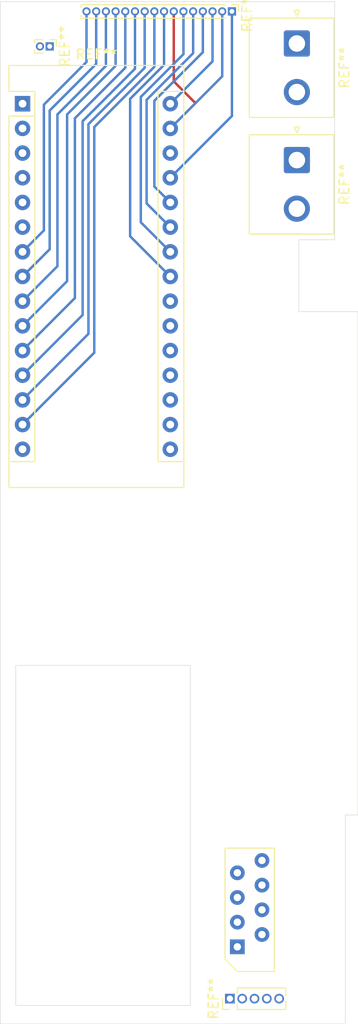
<source format=kicad_pcb>
(kicad_pcb (version 20171130) (host pcbnew 5.1.4)

  (general
    (thickness 1.6)
    (drawings 21)
    (tracks 58)
    (zones 0)
    (modules 7)
    (nets 1)
  )

  (page A4)
  (layers
    (0 F.Cu signal)
    (31 B.Cu signal)
    (32 B.Adhes user)
    (33 F.Adhes user)
    (34 B.Paste user)
    (35 F.Paste user)
    (36 B.SilkS user)
    (37 F.SilkS user hide)
    (38 B.Mask user)
    (39 F.Mask user)
    (40 Dwgs.User user hide)
    (41 Cmts.User user)
    (42 Eco1.User user)
    (43 Eco2.User user)
    (44 Edge.Cuts user)
    (45 Margin user)
    (46 B.CrtYd user)
    (47 F.CrtYd user)
    (48 B.Fab user)
    (49 F.Fab user hide)
  )

  (setup
    (last_trace_width 0.25)
    (trace_clearance 0.1)
    (zone_clearance 0.508)
    (zone_45_only no)
    (trace_min 0.2)
    (via_size 0.8)
    (via_drill 0.4)
    (via_min_size 0.4)
    (via_min_drill 0.3)
    (uvia_size 0.3)
    (uvia_drill 0.1)
    (uvias_allowed no)
    (uvia_min_size 0.2)
    (uvia_min_drill 0.1)
    (edge_width 0.05)
    (segment_width 0.2)
    (pcb_text_width 0.3)
    (pcb_text_size 1.5 1.5)
    (mod_edge_width 0.12)
    (mod_text_size 1 1)
    (mod_text_width 0.15)
    (pad_size 1.524 1.524)
    (pad_drill 0.762)
    (pad_to_mask_clearance 0.051)
    (solder_mask_min_width 0.25)
    (aux_axis_origin 0 0)
    (visible_elements FFFFFF7F)
    (pcbplotparams
      (layerselection 0x010fc_ffffffff)
      (usegerberextensions false)
      (usegerberattributes false)
      (usegerberadvancedattributes false)
      (creategerberjobfile false)
      (excludeedgelayer true)
      (linewidth 0.100000)
      (plotframeref false)
      (viasonmask false)
      (mode 1)
      (useauxorigin false)
      (hpglpennumber 1)
      (hpglpenspeed 20)
      (hpglpendiameter 15.000000)
      (psnegative false)
      (psa4output false)
      (plotreference true)
      (plotvalue true)
      (plotinvisibletext false)
      (padsonsilk false)
      (subtractmaskfromsilk false)
      (outputformat 1)
      (mirror false)
      (drillshape 1)
      (scaleselection 1)
      (outputdirectory ""))
  )

  (net 0 "")

  (net_class Default "Dies ist die voreingestellte Netzklasse."
    (clearance 0.1)
    (trace_width 0.25)
    (via_dia 0.8)
    (via_drill 0.4)
    (uvia_dia 0.3)
    (uvia_drill 0.1)
  )

  (module Module:Arduino_Nano (layer F.Cu) (tedit 58ACAF70) (tstamp 5DC655DD)
    (at 75.4 76)
    (descr "Arduino Nano, http://www.mouser.com/pdfdocs/Gravitech_Arduino_Nano3_0.pdf")
    (tags "Arduino Nano")
    (fp_text reference REF** (at 7.62 -5.08) (layer F.SilkS)
      (effects (font (size 1 1) (thickness 0.15)))
    )
    (fp_text value Arduino_Nano (at 8.89 19.05 90) (layer F.Fab)
      (effects (font (size 1 1) (thickness 0.15)))
    )
    (fp_line (start 16.75 42.16) (end -1.53 42.16) (layer F.CrtYd) (width 0.05))
    (fp_line (start 16.75 42.16) (end 16.75 -4.06) (layer F.CrtYd) (width 0.05))
    (fp_line (start -1.53 -4.06) (end -1.53 42.16) (layer F.CrtYd) (width 0.05))
    (fp_line (start -1.53 -4.06) (end 16.75 -4.06) (layer F.CrtYd) (width 0.05))
    (fp_line (start 16.51 -3.81) (end 16.51 39.37) (layer F.Fab) (width 0.1))
    (fp_line (start 0 -3.81) (end 16.51 -3.81) (layer F.Fab) (width 0.1))
    (fp_line (start -1.27 -2.54) (end 0 -3.81) (layer F.Fab) (width 0.1))
    (fp_line (start -1.27 39.37) (end -1.27 -2.54) (layer F.Fab) (width 0.1))
    (fp_line (start 16.51 39.37) (end -1.27 39.37) (layer F.Fab) (width 0.1))
    (fp_line (start 16.64 -3.94) (end -1.4 -3.94) (layer F.SilkS) (width 0.12))
    (fp_line (start 16.64 39.5) (end 16.64 -3.94) (layer F.SilkS) (width 0.12))
    (fp_line (start -1.4 39.5) (end 16.64 39.5) (layer F.SilkS) (width 0.12))
    (fp_line (start 3.81 41.91) (end 3.81 31.75) (layer F.Fab) (width 0.1))
    (fp_line (start 11.43 41.91) (end 3.81 41.91) (layer F.Fab) (width 0.1))
    (fp_line (start 11.43 31.75) (end 11.43 41.91) (layer F.Fab) (width 0.1))
    (fp_line (start 3.81 31.75) (end 11.43 31.75) (layer F.Fab) (width 0.1))
    (fp_line (start 1.27 36.83) (end -1.4 36.83) (layer F.SilkS) (width 0.12))
    (fp_line (start 1.27 1.27) (end 1.27 36.83) (layer F.SilkS) (width 0.12))
    (fp_line (start 1.27 1.27) (end -1.4 1.27) (layer F.SilkS) (width 0.12))
    (fp_line (start 13.97 36.83) (end 16.64 36.83) (layer F.SilkS) (width 0.12))
    (fp_line (start 13.97 -1.27) (end 13.97 36.83) (layer F.SilkS) (width 0.12))
    (fp_line (start 13.97 -1.27) (end 16.64 -1.27) (layer F.SilkS) (width 0.12))
    (fp_line (start -1.4 -3.94) (end -1.4 -1.27) (layer F.SilkS) (width 0.12))
    (fp_line (start -1.4 1.27) (end -1.4 39.5) (layer F.SilkS) (width 0.12))
    (fp_line (start 1.27 -1.27) (end -1.4 -1.27) (layer F.SilkS) (width 0.12))
    (fp_line (start 1.27 1.27) (end 1.27 -1.27) (layer F.SilkS) (width 0.12))
    (fp_text user %R (at 6.35 19.05 90) (layer F.Fab)
      (effects (font (size 1 1) (thickness 0.15)))
    )
    (pad 16 thru_hole oval (at 15.24 35.56) (size 1.6 1.6) (drill 0.8) (layers *.Cu *.Mask))
    (pad 15 thru_hole oval (at 0 35.56) (size 1.6 1.6) (drill 0.8) (layers *.Cu *.Mask))
    (pad 30 thru_hole oval (at 15.24 0) (size 1.6 1.6) (drill 0.8) (layers *.Cu *.Mask))
    (pad 14 thru_hole oval (at 0 33.02) (size 1.6 1.6) (drill 0.8) (layers *.Cu *.Mask))
    (pad 29 thru_hole oval (at 15.24 2.54) (size 1.6 1.6) (drill 0.8) (layers *.Cu *.Mask))
    (pad 13 thru_hole oval (at 0 30.48) (size 1.6 1.6) (drill 0.8) (layers *.Cu *.Mask))
    (pad 28 thru_hole oval (at 15.24 5.08) (size 1.6 1.6) (drill 0.8) (layers *.Cu *.Mask))
    (pad 12 thru_hole oval (at 0 27.94) (size 1.6 1.6) (drill 0.8) (layers *.Cu *.Mask))
    (pad 27 thru_hole oval (at 15.24 7.62) (size 1.6 1.6) (drill 0.8) (layers *.Cu *.Mask))
    (pad 11 thru_hole oval (at 0 25.4) (size 1.6 1.6) (drill 0.8) (layers *.Cu *.Mask))
    (pad 26 thru_hole oval (at 15.24 10.16) (size 1.6 1.6) (drill 0.8) (layers *.Cu *.Mask))
    (pad 10 thru_hole oval (at 0 22.86) (size 1.6 1.6) (drill 0.8) (layers *.Cu *.Mask))
    (pad 25 thru_hole oval (at 15.24 12.7) (size 1.6 1.6) (drill 0.8) (layers *.Cu *.Mask))
    (pad 9 thru_hole oval (at 0 20.32) (size 1.6 1.6) (drill 0.8) (layers *.Cu *.Mask))
    (pad 24 thru_hole oval (at 15.24 15.24) (size 1.6 1.6) (drill 0.8) (layers *.Cu *.Mask))
    (pad 8 thru_hole oval (at 0 17.78) (size 1.6 1.6) (drill 0.8) (layers *.Cu *.Mask))
    (pad 23 thru_hole oval (at 15.24 17.78) (size 1.6 1.6) (drill 0.8) (layers *.Cu *.Mask))
    (pad 7 thru_hole oval (at 0 15.24) (size 1.6 1.6) (drill 0.8) (layers *.Cu *.Mask))
    (pad 22 thru_hole oval (at 15.24 20.32) (size 1.6 1.6) (drill 0.8) (layers *.Cu *.Mask))
    (pad 6 thru_hole oval (at 0 12.7) (size 1.6 1.6) (drill 0.8) (layers *.Cu *.Mask))
    (pad 21 thru_hole oval (at 15.24 22.86) (size 1.6 1.6) (drill 0.8) (layers *.Cu *.Mask))
    (pad 5 thru_hole oval (at 0 10.16) (size 1.6 1.6) (drill 0.8) (layers *.Cu *.Mask))
    (pad 20 thru_hole oval (at 15.24 25.4) (size 1.6 1.6) (drill 0.8) (layers *.Cu *.Mask))
    (pad 4 thru_hole oval (at 0 7.62) (size 1.6 1.6) (drill 0.8) (layers *.Cu *.Mask))
    (pad 19 thru_hole oval (at 15.24 27.94) (size 1.6 1.6) (drill 0.8) (layers *.Cu *.Mask))
    (pad 3 thru_hole oval (at 0 5.08) (size 1.6 1.6) (drill 0.8) (layers *.Cu *.Mask))
    (pad 18 thru_hole oval (at 15.24 30.48) (size 1.6 1.6) (drill 0.8) (layers *.Cu *.Mask))
    (pad 2 thru_hole oval (at 0 2.54) (size 1.6 1.6) (drill 0.8) (layers *.Cu *.Mask))
    (pad 17 thru_hole oval (at 15.24 33.02) (size 1.6 1.6) (drill 0.8) (layers *.Cu *.Mask))
    (pad 1 thru_hole rect (at 0 0) (size 1.6 1.6) (drill 0.8) (layers *.Cu *.Mask))
    (model ${KISYS3DMOD}/Module.3dshapes/Arduino_Nano_WithMountingHoles.wrl
      (at (xyz 0 0 0))
      (scale (xyz 1 1 1))
      (rotate (xyz 0 0 0))
    )
  )

  (module Connector_JST:JST_NV_B02P-NV_1x02_P5.00mm_Vertical (layer F.Cu) (tedit 5B774480) (tstamp 5DC658D6)
    (at 103.7 81.8 270)
    (descr "JST NV series connector, B02P-NV (http://www.jst-mfg.com/product/pdf/eng/eNV.pdf), generated with kicad-footprint-generator")
    (tags "connector JST NV side entry")
    (fp_text reference REF** (at 2.5 -4.9 90) (layer F.SilkS)
      (effects (font (size 1 1) (thickness 0.15)))
    )
    (fp_text value JST_NV_B02P-NV_1x02_P5.00mm_Vertical (at 2.5 6 90) (layer F.Fab)
      (effects (font (size 1 1) (thickness 0.15)))
    )
    (fp_line (start -2.5 -3.7) (end -2.5 4.8) (layer F.Fab) (width 0.1))
    (fp_line (start -2.5 4.8) (end 7.5 4.8) (layer F.Fab) (width 0.1))
    (fp_line (start 7.5 4.8) (end 7.5 -3.7) (layer F.Fab) (width 0.1))
    (fp_line (start 7.5 -3.7) (end -2.5 -3.7) (layer F.Fab) (width 0.1))
    (fp_line (start -2.5 -2) (end 7.5 -2) (layer F.Fab) (width 0.1))
    (fp_line (start -2.5 -1) (end -1.5 0) (layer F.Fab) (width 0.1))
    (fp_line (start -2.5 1) (end -1.5 0) (layer F.Fab) (width 0.1))
    (fp_line (start -3 -4.2) (end -3 5.3) (layer F.CrtYd) (width 0.05))
    (fp_line (start -3 5.3) (end 8 5.3) (layer F.CrtYd) (width 0.05))
    (fp_line (start 8 5.3) (end 8 -4.2) (layer F.CrtYd) (width 0.05))
    (fp_line (start 8 -4.2) (end -3 -4.2) (layer F.CrtYd) (width 0.05))
    (fp_line (start -2.61 -3.81) (end -2.61 4.91) (layer F.SilkS) (width 0.12))
    (fp_line (start -2.61 4.91) (end 7.61 4.91) (layer F.SilkS) (width 0.12))
    (fp_line (start 7.61 4.91) (end 7.61 -3.81) (layer F.SilkS) (width 0.12))
    (fp_line (start 7.61 -3.81) (end -2.61 -3.81) (layer F.SilkS) (width 0.12))
    (fp_line (start -2.81 0) (end -3.41 0.3) (layer F.SilkS) (width 0.12))
    (fp_line (start -3.41 0.3) (end -3.41 -0.3) (layer F.SilkS) (width 0.12))
    (fp_line (start -3.41 -0.3) (end -2.81 0) (layer F.SilkS) (width 0.12))
    (fp_text user %R (at 2.5 4.1 90) (layer F.Fab)
      (effects (font (size 1 1) (thickness 0.15)))
    )
    (pad 1 thru_hole roundrect (at 0 0 270) (size 2.7 2.7) (drill 1.7) (layers *.Cu *.Mask) (roundrect_rratio 0.09259299999999999))
    (pad 2 thru_hole circle (at 5 0 270) (size 2.7 2.7) (drill 1.7) (layers *.Cu *.Mask))
    (model ${KISYS3DMOD}/Connector_JST.3dshapes/JST_NV_B02P-NV_1x02_P5.00mm_Vertical.wrl
      (at (xyz 0 0 0))
      (scale (xyz 1 1 1))
      (rotate (xyz 0 0 0))
    )
  )

  (module Connector_JST:JST_NV_B02P-NV_1x02_P5.00mm_Vertical (layer F.Cu) (tedit 5B774480) (tstamp 5DC65874)
    (at 103.7 69.8 270)
    (descr "JST NV series connector, B02P-NV (http://www.jst-mfg.com/product/pdf/eng/eNV.pdf), generated with kicad-footprint-generator")
    (tags "connector JST NV side entry")
    (fp_text reference REF** (at 2.5 -4.9 90) (layer F.SilkS)
      (effects (font (size 1 1) (thickness 0.15)))
    )
    (fp_text value JST_NV_B02P-NV_1x02_P5.00mm_Vertical (at 2.5 6 90) (layer F.Fab)
      (effects (font (size 1 1) (thickness 0.15)))
    )
    (fp_text user %R (at 2.5 4.1 90) (layer F.Fab)
      (effects (font (size 1 1) (thickness 0.15)))
    )
    (fp_line (start -3.41 -0.3) (end -2.81 0) (layer F.SilkS) (width 0.12))
    (fp_line (start -3.41 0.3) (end -3.41 -0.3) (layer F.SilkS) (width 0.12))
    (fp_line (start -2.81 0) (end -3.41 0.3) (layer F.SilkS) (width 0.12))
    (fp_line (start 7.61 -3.81) (end -2.61 -3.81) (layer F.SilkS) (width 0.12))
    (fp_line (start 7.61 4.91) (end 7.61 -3.81) (layer F.SilkS) (width 0.12))
    (fp_line (start -2.61 4.91) (end 7.61 4.91) (layer F.SilkS) (width 0.12))
    (fp_line (start -2.61 -3.81) (end -2.61 4.91) (layer F.SilkS) (width 0.12))
    (fp_line (start 8 -4.2) (end -3 -4.2) (layer F.CrtYd) (width 0.05))
    (fp_line (start 8 5.3) (end 8 -4.2) (layer F.CrtYd) (width 0.05))
    (fp_line (start -3 5.3) (end 8 5.3) (layer F.CrtYd) (width 0.05))
    (fp_line (start -3 -4.2) (end -3 5.3) (layer F.CrtYd) (width 0.05))
    (fp_line (start -2.5 1) (end -1.5 0) (layer F.Fab) (width 0.1))
    (fp_line (start -2.5 -1) (end -1.5 0) (layer F.Fab) (width 0.1))
    (fp_line (start -2.5 -2) (end 7.5 -2) (layer F.Fab) (width 0.1))
    (fp_line (start 7.5 -3.7) (end -2.5 -3.7) (layer F.Fab) (width 0.1))
    (fp_line (start 7.5 4.8) (end 7.5 -3.7) (layer F.Fab) (width 0.1))
    (fp_line (start -2.5 4.8) (end 7.5 4.8) (layer F.Fab) (width 0.1))
    (fp_line (start -2.5 -3.7) (end -2.5 4.8) (layer F.Fab) (width 0.1))
    (pad 2 thru_hole circle (at 5 0 270) (size 2.7 2.7) (drill 1.7) (layers *.Cu *.Mask))
    (pad 1 thru_hole roundrect (at 0 0 270) (size 2.7 2.7) (drill 1.7) (layers *.Cu *.Mask) (roundrect_rratio 0.09259299999999999))
    (model ${KISYS3DMOD}/Connector_JST.3dshapes/JST_NV_B02P-NV_1x02_P5.00mm_Vertical.wrl
      (at (xyz 0 0 0))
      (scale (xyz 1 1 1))
      (rotate (xyz 0 0 0))
    )
  )

  (module Connector_PinHeader_1.00mm:PinHeader_1x16_P1.00mm_Vertical (layer F.Cu) (tedit 59FED738) (tstamp 5DC5D8D7)
    (at 97 66.5 270)
    (descr "Through hole straight pin header, 1x16, 1.00mm pitch, single row")
    (tags "Through hole pin header THT 1x16 1.00mm single row")
    (fp_text reference REF** (at 0 -1.56 90) (layer F.SilkS)
      (effects (font (size 1 1) (thickness 0.15)))
    )
    (fp_text value PinHeader_1x16_P1.00mm_Vertical (at 0 16.56 90) (layer F.Fab)
      (effects (font (size 1 1) (thickness 0.15)))
    )
    (fp_text user %R (at 0 7.5) (layer F.Fab)
      (effects (font (size 0.76 0.76) (thickness 0.114)))
    )
    (fp_line (start 1.15 -1) (end -1.15 -1) (layer F.CrtYd) (width 0.05))
    (fp_line (start 1.15 16) (end 1.15 -1) (layer F.CrtYd) (width 0.05))
    (fp_line (start -1.15 16) (end 1.15 16) (layer F.CrtYd) (width 0.05))
    (fp_line (start -1.15 -1) (end -1.15 16) (layer F.CrtYd) (width 0.05))
    (fp_line (start -0.695 -0.685) (end 0 -0.685) (layer F.SilkS) (width 0.12))
    (fp_line (start -0.695 0) (end -0.695 -0.685) (layer F.SilkS) (width 0.12))
    (fp_line (start 0.608276 0.685) (end 0.695 0.685) (layer F.SilkS) (width 0.12))
    (fp_line (start -0.695 0.685) (end -0.608276 0.685) (layer F.SilkS) (width 0.12))
    (fp_line (start 0.695 0.685) (end 0.695 15.56) (layer F.SilkS) (width 0.12))
    (fp_line (start -0.695 0.685) (end -0.695 15.56) (layer F.SilkS) (width 0.12))
    (fp_line (start 0.394493 15.56) (end 0.695 15.56) (layer F.SilkS) (width 0.12))
    (fp_line (start -0.695 15.56) (end -0.394493 15.56) (layer F.SilkS) (width 0.12))
    (fp_line (start -0.635 -0.1825) (end -0.3175 -0.5) (layer F.Fab) (width 0.1))
    (fp_line (start -0.635 15.5) (end -0.635 -0.1825) (layer F.Fab) (width 0.1))
    (fp_line (start 0.635 15.5) (end -0.635 15.5) (layer F.Fab) (width 0.1))
    (fp_line (start 0.635 -0.5) (end 0.635 15.5) (layer F.Fab) (width 0.1))
    (fp_line (start -0.3175 -0.5) (end 0.635 -0.5) (layer F.Fab) (width 0.1))
    (pad 16 thru_hole oval (at 0 15 270) (size 0.85 0.85) (drill 0.5) (layers *.Cu *.Mask))
    (pad 15 thru_hole oval (at 0 14 270) (size 0.85 0.85) (drill 0.5) (layers *.Cu *.Mask))
    (pad 14 thru_hole oval (at 0 13 270) (size 0.85 0.85) (drill 0.5) (layers *.Cu *.Mask))
    (pad 13 thru_hole oval (at 0 12 270) (size 0.85 0.85) (drill 0.5) (layers *.Cu *.Mask))
    (pad 12 thru_hole oval (at 0 11 270) (size 0.85 0.85) (drill 0.5) (layers *.Cu *.Mask))
    (pad 11 thru_hole oval (at 0 10 270) (size 0.85 0.85) (drill 0.5) (layers *.Cu *.Mask))
    (pad 10 thru_hole oval (at 0 9 270) (size 0.85 0.85) (drill 0.5) (layers *.Cu *.Mask))
    (pad 9 thru_hole oval (at 0 8 270) (size 0.85 0.85) (drill 0.5) (layers *.Cu *.Mask))
    (pad 8 thru_hole oval (at 0 7 270) (size 0.85 0.85) (drill 0.5) (layers *.Cu *.Mask))
    (pad 7 thru_hole oval (at 0 6 270) (size 0.85 0.85) (drill 0.5) (layers *.Cu *.Mask))
    (pad 6 thru_hole oval (at 0 5 270) (size 0.85 0.85) (drill 0.5) (layers *.Cu *.Mask))
    (pad 5 thru_hole oval (at 0 4 270) (size 0.85 0.85) (drill 0.5) (layers *.Cu *.Mask))
    (pad 4 thru_hole oval (at 0 3 270) (size 0.85 0.85) (drill 0.5) (layers *.Cu *.Mask))
    (pad 3 thru_hole oval (at 0 2 270) (size 0.85 0.85) (drill 0.5) (layers *.Cu *.Mask))
    (pad 2 thru_hole oval (at 0 1 270) (size 0.85 0.85) (drill 0.5) (layers *.Cu *.Mask))
    (pad 1 thru_hole rect (at 0 0 270) (size 0.85 0.85) (drill 0.5) (layers *.Cu *.Mask))
    (model ${KISYS3DMOD}/Connector_PinHeader_1.00mm.3dshapes/PinHeader_1x16_P1.00mm_Vertical.wrl
      (at (xyz 0 0 0))
      (scale (xyz 1 1 1))
      (rotate (xyz 0 0 0))
    )
  )

  (module Connector_PinHeader_1.00mm:PinHeader_1x02_P1.00mm_Vertical (layer F.Cu) (tedit 59FED738) (tstamp 5DC5F9A0)
    (at 78.2 70.1 270)
    (descr "Through hole straight pin header, 1x02, 1.00mm pitch, single row")
    (tags "Through hole pin header THT 1x02 1.00mm single row")
    (fp_text reference REF** (at 0 -1.56 90) (layer F.SilkS)
      (effects (font (size 1 1) (thickness 0.15)))
    )
    (fp_text value PinHeader_1x02_P1.00mm_Vertical (at 0 2.56 90) (layer F.Fab)
      (effects (font (size 1 1) (thickness 0.15)))
    )
    (fp_text user %R (at 0 0.5) (layer F.Fab)
      (effects (font (size 0.76 0.76) (thickness 0.114)))
    )
    (fp_line (start 1.15 -1) (end -1.15 -1) (layer F.CrtYd) (width 0.05))
    (fp_line (start 1.15 2) (end 1.15 -1) (layer F.CrtYd) (width 0.05))
    (fp_line (start -1.15 2) (end 1.15 2) (layer F.CrtYd) (width 0.05))
    (fp_line (start -1.15 -1) (end -1.15 2) (layer F.CrtYd) (width 0.05))
    (fp_line (start -0.695 -0.685) (end 0 -0.685) (layer F.SilkS) (width 0.12))
    (fp_line (start -0.695 0) (end -0.695 -0.685) (layer F.SilkS) (width 0.12))
    (fp_line (start 0.608276 0.685) (end 0.695 0.685) (layer F.SilkS) (width 0.12))
    (fp_line (start -0.695 0.685) (end -0.608276 0.685) (layer F.SilkS) (width 0.12))
    (fp_line (start 0.695 0.685) (end 0.695 1.56) (layer F.SilkS) (width 0.12))
    (fp_line (start -0.695 0.685) (end -0.695 1.56) (layer F.SilkS) (width 0.12))
    (fp_line (start 0.394493 1.56) (end 0.695 1.56) (layer F.SilkS) (width 0.12))
    (fp_line (start -0.695 1.56) (end -0.394493 1.56) (layer F.SilkS) (width 0.12))
    (fp_line (start -0.635 -0.1825) (end -0.3175 -0.5) (layer F.Fab) (width 0.1))
    (fp_line (start -0.635 1.5) (end -0.635 -0.1825) (layer F.Fab) (width 0.1))
    (fp_line (start 0.635 1.5) (end -0.635 1.5) (layer F.Fab) (width 0.1))
    (fp_line (start 0.635 -0.5) (end 0.635 1.5) (layer F.Fab) (width 0.1))
    (fp_line (start -0.3175 -0.5) (end 0.635 -0.5) (layer F.Fab) (width 0.1))
    (pad 2 thru_hole oval (at 0 1 270) (size 0.85 0.85) (drill 0.5) (layers *.Cu *.Mask))
    (pad 1 thru_hole rect (at 0 0 270) (size 0.85 0.85) (drill 0.5) (layers *.Cu *.Mask))
    (model ${KISYS3DMOD}/Connector_PinHeader_1.00mm.3dshapes/PinHeader_1x02_P1.00mm_Vertical.wrl
      (at (xyz 0 0 0))
      (scale (xyz 1 1 1))
      (rotate (xyz 0 0 0))
    )
  )

  (module Connector_PinHeader_1.27mm:PinHeader_1x05_P1.27mm_Vertical (layer F.Cu) (tedit 59FED6E3) (tstamp 5DC6452A)
    (at 96.79 168.1 90)
    (descr "Through hole straight pin header, 1x05, 1.27mm pitch, single row")
    (tags "Through hole pin header THT 1x05 1.27mm single row")
    (fp_text reference REF** (at 0 -1.695 90) (layer F.SilkS)
      (effects (font (size 1 1) (thickness 0.15)))
    )
    (fp_text value PinHeader_1x05_P1.27mm_Vertical (at 0 6.775 90) (layer F.Fab)
      (effects (font (size 1 1) (thickness 0.15)))
    )
    (fp_text user %R (at 0 2.54 270) (layer F.Fab)
      (effects (font (size 1 1) (thickness 0.15)))
    )
    (fp_line (start 1.55 -1.15) (end -1.55 -1.15) (layer F.CrtYd) (width 0.05))
    (fp_line (start 1.55 6.25) (end 1.55 -1.15) (layer F.CrtYd) (width 0.05))
    (fp_line (start -1.55 6.25) (end 1.55 6.25) (layer F.CrtYd) (width 0.05))
    (fp_line (start -1.55 -1.15) (end -1.55 6.25) (layer F.CrtYd) (width 0.05))
    (fp_line (start -1.11 -0.76) (end 0 -0.76) (layer F.SilkS) (width 0.12))
    (fp_line (start -1.11 0) (end -1.11 -0.76) (layer F.SilkS) (width 0.12))
    (fp_line (start 0.563471 0.76) (end 1.11 0.76) (layer F.SilkS) (width 0.12))
    (fp_line (start -1.11 0.76) (end -0.563471 0.76) (layer F.SilkS) (width 0.12))
    (fp_line (start 1.11 0.76) (end 1.11 5.775) (layer F.SilkS) (width 0.12))
    (fp_line (start -1.11 0.76) (end -1.11 5.775) (layer F.SilkS) (width 0.12))
    (fp_line (start 0.30753 5.775) (end 1.11 5.775) (layer F.SilkS) (width 0.12))
    (fp_line (start -1.11 5.775) (end -0.30753 5.775) (layer F.SilkS) (width 0.12))
    (fp_line (start -1.05 -0.11) (end -0.525 -0.635) (layer F.Fab) (width 0.1))
    (fp_line (start -1.05 5.715) (end -1.05 -0.11) (layer F.Fab) (width 0.1))
    (fp_line (start 1.05 5.715) (end -1.05 5.715) (layer F.Fab) (width 0.1))
    (fp_line (start 1.05 -0.635) (end 1.05 5.715) (layer F.Fab) (width 0.1))
    (fp_line (start -0.525 -0.635) (end 1.05 -0.635) (layer F.Fab) (width 0.1))
    (pad 5 thru_hole oval (at 0 5.08 90) (size 1 1) (drill 0.65) (layers *.Cu *.Mask))
    (pad 4 thru_hole oval (at 0 3.81 90) (size 1 1) (drill 0.65) (layers *.Cu *.Mask))
    (pad 3 thru_hole oval (at 0 2.54 90) (size 1 1) (drill 0.65) (layers *.Cu *.Mask))
    (pad 2 thru_hole oval (at 0 1.27 90) (size 1 1) (drill 0.65) (layers *.Cu *.Mask))
    (pad 1 thru_hole rect (at 0 0 90) (size 1 1) (drill 0.65) (layers *.Cu *.Mask))
    (model ${KISYS3DMOD}/Connector_PinHeader_1.27mm.3dshapes/PinHeader_1x05_P1.27mm_Vertical.wrl
      (at (xyz 0 0 0))
      (scale (xyz 1 1 1))
      (rotate (xyz 0 0 0))
    )
  )

  (module derverbinder:Flat_Cable_Connector (layer F.Cu) (tedit 5DAC7EC8) (tstamp 5DAD5D1F)
    (at 96.29 157.69 90)
    (fp_text reference REF** (at 0 0.5 90) (layer F.SilkS) hide
      (effects (font (size 1 1) (thickness 0.15)))
    )
    (fp_text value Flat_Cable_Connector (at 0 -0.5 90) (layer F.Fab)
      (effects (font (size 1 1) (thickness 0.15)))
    )
    (fp_line (start 5.08 5.08) (end 5.08 0) (layer F.SilkS) (width 0.12))
    (fp_line (start 5.08 0) (end -6.35 0) (layer F.SilkS) (width 0.12))
    (fp_line (start -6.35 0) (end -7.62 1.27) (layer F.SilkS) (width 0.12))
    (fp_line (start -7.62 1.27) (end -7.62 5.08) (layer F.SilkS) (width 0.12))
    (fp_line (start -7.62 5.08) (end 5.08 5.08) (layer F.SilkS) (width 0.12))
    (pad 1 thru_hole rect (at -5.08 1.27 90) (size 1.524 1.524) (drill 0.762) (layers *.Cu *.Mask))
    (pad 2 thru_hole circle (at -2.54 1.27 90) (size 1.524 1.524) (drill 0.762) (layers *.Cu *.Mask))
    (pad 3 thru_hole circle (at 0 1.27 90) (size 1.524 1.524) (drill 0.762) (layers *.Cu *.Mask))
    (pad 4 thru_hole circle (at 2.54 1.27 90) (size 1.524 1.524) (drill 0.762) (layers *.Cu *.Mask))
    (pad 5 thru_hole circle (at -3.81 3.81 90) (size 1.524 1.524) (drill 0.762) (layers *.Cu *.Mask))
    (pad 6 thru_hole circle (at -1.27 3.81 90) (size 1.524 1.524) (drill 0.762) (layers *.Cu *.Mask))
    (pad 7 thru_hole circle (at 1.27 3.81 90) (size 1.524 1.524) (drill 0.762) (layers *.Cu *.Mask))
    (pad 8 thru_hole circle (at 3.81 3.81 90) (size 1.524 1.524) (drill 0.762) (layers *.Cu *.Mask))
  )

  (gr_line (start 73.1 170.7) (end 73.1 65.5) (layer Edge.Cuts) (width 0.05))
  (gr_line (start 92.7 133.8) (end 92.7 168.8) (layer Edge.Cuts) (width 0.05) (tstamp 5DC648B1))
  (gr_line (start 74.7 133.8) (end 92.7 133.8) (layer Edge.Cuts) (width 0.05))
  (gr_line (start 74.7 168.8) (end 74.7 133.8) (layer Edge.Cuts) (width 0.05) (tstamp 5DC648B4))
  (gr_line (start 92.7 168.8) (end 74.7 168.8) (layer Edge.Cuts) (width 0.05) (tstamp 5DC648AE))
  (dimension 7 (width 0.15) (layer Dwgs.User)
    (gr_text "7,000 mm" (at 111.9 78.3 270) (layer Dwgs.User)
      (effects (font (size 1 1) (thickness 0.15)))
    )
    (feature1 (pts (xy 103.7 81.8) (xy 111.186421 81.8)))
    (feature2 (pts (xy 103.7 74.8) (xy 111.186421 74.8)))
    (crossbar (pts (xy 110.6 74.8) (xy 110.6 81.8)))
    (arrow1a (pts (xy 110.6 81.8) (xy 110.013579 80.673496)))
    (arrow1b (pts (xy 110.6 81.8) (xy 111.186421 80.673496)))
    (arrow2a (pts (xy 110.6 74.8) (xy 110.013579 75.926504)))
    (arrow2b (pts (xy 110.6 74.8) (xy 111.186421 75.926504)))
  )
  (dimension 4.3 (width 0.15) (layer Dwgs.User)
    (gr_text "4,300 mm" (at 102.4 67.65 270) (layer Dwgs.User)
      (effects (font (size 1 1) (thickness 0.15)))
    )
    (feature1 (pts (xy 107.6 69.8) (xy 103.113579 69.8)))
    (feature2 (pts (xy 107.6 65.5) (xy 103.113579 65.5)))
    (crossbar (pts (xy 103.7 65.5) (xy 103.7 69.8)))
    (arrow1a (pts (xy 103.7 69.8) (xy 103.113579 68.673496)))
    (arrow1b (pts (xy 103.7 69.8) (xy 104.286421 68.673496)))
    (arrow2a (pts (xy 103.7 65.5) (xy 103.113579 66.626504)))
    (arrow2b (pts (xy 103.7 65.5) (xy 104.286421 66.626504)))
  )
  (dimension 3.9 (width 0.15) (layer Dwgs.User)
    (gr_text "3,900 mm" (at 105.65 68.5) (layer Dwgs.User)
      (effects (font (size 1 1) (thickness 0.15)))
    )
    (feature1 (pts (xy 103.7 70.599999) (xy 103.7 69.213579)))
    (feature2 (pts (xy 107.6 70.599999) (xy 107.6 69.213579)))
    (crossbar (pts (xy 107.6 69.8) (xy 103.7 69.8)))
    (arrow1a (pts (xy 103.7 69.8) (xy 104.826504 69.213579)))
    (arrow1b (pts (xy 103.7 69.8) (xy 104.826504 70.386421)))
    (arrow2a (pts (xy 107.6 69.8) (xy 106.473496 69.213579)))
    (arrow2b (pts (xy 107.6 69.8) (xy 106.473496 70.386421)))
  )
  (dimension 10.6 (width 0.15) (layer Dwgs.User)
    (gr_text "10,600 mm" (at 102.3 73.2) (layer Dwgs.User)
      (effects (font (size 1 1) (thickness 0.15)))
    )
    (feature1 (pts (xy 97 65.5) (xy 97 72.486421)))
    (feature2 (pts (xy 107.6 65.5) (xy 107.6 72.486421)))
    (crossbar (pts (xy 107.6 71.9) (xy 97 71.9)))
    (arrow1a (pts (xy 97 71.9) (xy 98.126504 71.313579)))
    (arrow1b (pts (xy 97 71.9) (xy 98.126504 72.486421)))
    (arrow2a (pts (xy 107.6 71.9) (xy 106.473496 71.313579)))
    (arrow2b (pts (xy 107.6 71.9) (xy 106.473496 72.486421)))
  )
  (dimension 1 (width 0.15) (layer Dwgs.User)
    (gr_text "1,000 mm" (at 70.5 66 270) (layer Dwgs.User)
      (effects (font (size 1 1) (thickness 0.15)))
    )
    (feature1 (pts (xy 107.6 66.5) (xy 71.213579 66.5)))
    (feature2 (pts (xy 107.6 65.5) (xy 71.213579 65.5)))
    (crossbar (pts (xy 71.8 65.5) (xy 71.8 66.5)))
    (arrow1a (pts (xy 71.8 66.5) (xy 71.213579 65.373496)))
    (arrow1b (pts (xy 71.8 66.5) (xy 72.386421 65.373496)))
    (arrow2a (pts (xy 71.8 65.5) (xy 71.213579 66.626504)))
    (arrow2b (pts (xy 71.8 65.5) (xy 72.386421 66.626504)))
  )
  (dimension 5.4 (width 0.15) (layer Dwgs.User)
    (gr_text "5,400 mm" (at 95.6 168 90) (layer Dwgs.User)
      (effects (font (size 1 1) (thickness 0.15)))
    )
    (feature1 (pts (xy 108.7 165.3) (xy 96.313579 165.3)))
    (feature2 (pts (xy 108.7 170.7) (xy 96.313579 170.7)))
    (crossbar (pts (xy 96.9 170.7) (xy 96.9 165.3)))
    (arrow1a (pts (xy 96.9 165.3) (xy 97.486421 166.426504)))
    (arrow1b (pts (xy 96.9 165.3) (xy 96.313579 166.426504)))
    (arrow2a (pts (xy 96.9 170.7) (xy 97.486421 169.573496)))
    (arrow2b (pts (xy 96.9 170.7) (xy 96.313579 169.573496)))
  )
  (dimension 7.3 (width 0.15) (layer Dwgs.User)
    (gr_text "7,300 mm" (at 105.05 167.7) (layer Dwgs.User) (tstamp 5DC55FC6)
      (effects (font (size 1 1) (thickness 0.15)))
    )
    (feature1 (pts (xy 101.4 149.2) (xy 101.4 166.986421)))
    (feature2 (pts (xy 108.7 149.2) (xy 108.7 166.986421)))
    (crossbar (pts (xy 108.7 166.4) (xy 101.4 166.4)))
    (arrow1a (pts (xy 101.4 166.4) (xy 102.526504 165.813579)))
    (arrow1b (pts (xy 101.4 166.4) (xy 102.526504 166.986421)))
    (arrow2a (pts (xy 108.7 166.4) (xy 107.573496 165.813579)))
    (arrow2b (pts (xy 108.7 166.4) (xy 107.573496 166.986421)))
  )
  (gr_line (start 108.7 170.7) (end 73.1 170.7) (layer Edge.Cuts) (width 0.05))
  (gr_line (start 108.7 149.2) (end 108.7 170.7) (layer Edge.Cuts) (width 0.05))
  (gr_line (start 110 149.2) (end 108.7 149.2) (layer Edge.Cuts) (width 0.05))
  (gr_line (start 110 97.4) (end 110 149.2) (layer Edge.Cuts) (width 0.05))
  (gr_line (start 103.9 97.4) (end 110 97.4) (layer Edge.Cuts) (width 0.05))
  (gr_line (start 103.9 90) (end 103.9 97.4) (layer Edge.Cuts) (width 0.05))
  (gr_line (start 107.6 90) (end 103.9 90) (layer Edge.Cuts) (width 0.05))
  (gr_line (start 107.6 65.5) (end 107.6 90) (layer Edge.Cuts) (width 0.05))
  (gr_line (start 73.1 65.5) (end 107.6 65.5) (layer Edge.Cuts) (width 0.05))

  (segment (start 97 77.26) (end 90.64 83.62) (width 0.25) (layer B.Cu) (net 0))
  (segment (start 97 66.5) (end 97 77.26) (width 0.25) (layer B.Cu) (net 0))
  (segment (start 96 73.18) (end 90.64 78.54) (width 0.25) (layer B.Cu) (net 0))
  (segment (start 96 66.5) (end 96 73.18) (width 0.25) (layer B.Cu) (net 0))
  (segment (start 95 71.64) (end 90.64 76) (width 0.25) (layer B.Cu) (net 0))
  (segment (start 95 66.5) (end 95 71.64) (width 0.25) (layer B.Cu) (net 0))
  (segment (start 82 66.5) (end 82 71.7) (width 0.25) (layer B.Cu) (net 0))
  (segment (start 82 71.7) (end 77.6 76.1) (width 0.25) (layer B.Cu) (net 0))
  (segment (start 77.6 89.04) (end 75.4 91.24) (width 0.25) (layer B.Cu) (net 0))
  (segment (start 77.6 76.1) (end 77.6 89.04) (width 0.25) (layer B.Cu) (net 0))
  (segment (start 78.2 90.98) (end 75.4 93.78) (width 0.25) (layer B.Cu) (net 0))
  (segment (start 78.2 76.7) (end 78.2 90.98) (width 0.25) (layer B.Cu) (net 0))
  (segment (start 83 66.5) (end 83 71.9) (width 0.25) (layer B.Cu) (net 0))
  (segment (start 83 71.9) (end 78.2 76.7) (width 0.25) (layer B.Cu) (net 0))
  (segment (start 79 92.72) (end 75.4 96.32) (width 0.25) (layer B.Cu) (net 0))
  (segment (start 79 77.1) (end 79 92.72) (width 0.25) (layer B.Cu) (net 0))
  (segment (start 84 66.5) (end 84 72.1) (width 0.25) (layer B.Cu) (net 0))
  (segment (start 84 72.1) (end 79 77.1) (width 0.25) (layer B.Cu) (net 0))
  (segment (start 85 66.5) (end 85 72.1) (width 0.25) (layer B.Cu) (net 0))
  (segment (start 85 72.1) (end 80 77.1) (width 0.25) (layer B.Cu) (net 0))
  (segment (start 80 94.26) (end 75.4 98.86) (width 0.25) (layer B.Cu) (net 0))
  (segment (start 80 77.1) (end 80 94.26) (width 0.25) (layer B.Cu) (net 0))
  (segment (start 86 66.5) (end 86 72.3) (width 0.25) (layer B.Cu) (net 0))
  (segment (start 86 72.3) (end 80.8 77.5) (width 0.25) (layer B.Cu) (net 0))
  (segment (start 80.8 96) (end 75.4 101.4) (width 0.25) (layer B.Cu) (net 0))
  (segment (start 80.8 77.5) (end 80.8 96) (width 0.25) (layer B.Cu) (net 0))
  (segment (start 87 66.5) (end 87 72.4) (width 0.25) (layer B.Cu) (net 0))
  (segment (start 87 72.4) (end 81.6 77.8) (width 0.25) (layer B.Cu) (net 0))
  (segment (start 81.6 97.74) (end 75.4 103.94) (width 0.25) (layer B.Cu) (net 0))
  (segment (start 81.6 77.8) (end 81.6 97.74) (width 0.25) (layer B.Cu) (net 0))
  (segment (start 82.2 99.68) (end 75.4 106.48) (width 0.25) (layer B.Cu) (net 0))
  (segment (start 82.2 78.1) (end 82.2 99.68) (width 0.25) (layer B.Cu) (net 0))
  (segment (start 88 66.5) (end 88 72.3) (width 0.25) (layer B.Cu) (net 0))
  (segment (start 88 72.3) (end 82.2 78.1) (width 0.25) (layer B.Cu) (net 0))
  (segment (start 82.8 78.4) (end 82.8 101.62) (width 0.25) (layer B.Cu) (net 0))
  (segment (start 82.8 101.62) (end 75.4 109.02) (width 0.25) (layer B.Cu) (net 0))
  (segment (start 89 66.5) (end 89 72.2) (width 0.25) (layer B.Cu) (net 0))
  (segment (start 89 72.2) (end 82.8 78.4) (width 0.25) (layer B.Cu) (net 0))
  (segment (start 93.2 75.98) (end 90.64 78.54) (width 0.25) (layer F.Cu) (net 0))
  (segment (start 93.2 75.9) (end 93.2 75.98) (width 0.25) (layer F.Cu) (net 0))
  (segment (start 91 66.5) (end 91 73.7) (width 0.25) (layer F.Cu) (net 0))
  (segment (start 91 73.7) (end 93.2 75.9) (width 0.25) (layer F.Cu) (net 0))
  (segment (start 94 66.5) (end 94 70.7) (width 0.25) (layer B.Cu) (net 0))
  (segment (start 94 70.7) (end 89 75.7) (width 0.25) (layer B.Cu) (net 0))
  (segment (start 89 84.52) (end 90.64 86.16) (width 0.25) (layer B.Cu) (net 0))
  (segment (start 89 75.7) (end 89 84.52) (width 0.25) (layer B.Cu) (net 0))
  (segment (start 88.2 75.6) (end 88.2 86.26) (width 0.25) (layer B.Cu) (net 0))
  (segment (start 88.2 86.26) (end 90.64 88.7) (width 0.25) (layer B.Cu) (net 0))
  (segment (start 93 66.5) (end 93 70.8) (width 0.25) (layer B.Cu) (net 0))
  (segment (start 93 70.8) (end 88.2 75.6) (width 0.25) (layer B.Cu) (net 0))
  (segment (start 87.6 88.2) (end 90.64 91.24) (width 0.25) (layer B.Cu) (net 0))
  (segment (start 87.6 75.3) (end 87.6 88.2) (width 0.25) (layer B.Cu) (net 0))
  (segment (start 92 66.5) (end 92 70.9) (width 0.25) (layer B.Cu) (net 0))
  (segment (start 92 70.9) (end 87.6 75.3) (width 0.25) (layer B.Cu) (net 0))
  (segment (start 86.5 89.64) (end 90.64 93.78) (width 0.25) (layer B.Cu) (net 0))
  (segment (start 90 66.5) (end 90 72) (width 0.25) (layer B.Cu) (net 0))
  (segment (start 86.5 75.5) (end 86.5 89.64) (width 0.25) (layer B.Cu) (net 0))
  (segment (start 90 72) (end 86.5 75.5) (width 0.25) (layer B.Cu) (net 0))

)

</source>
